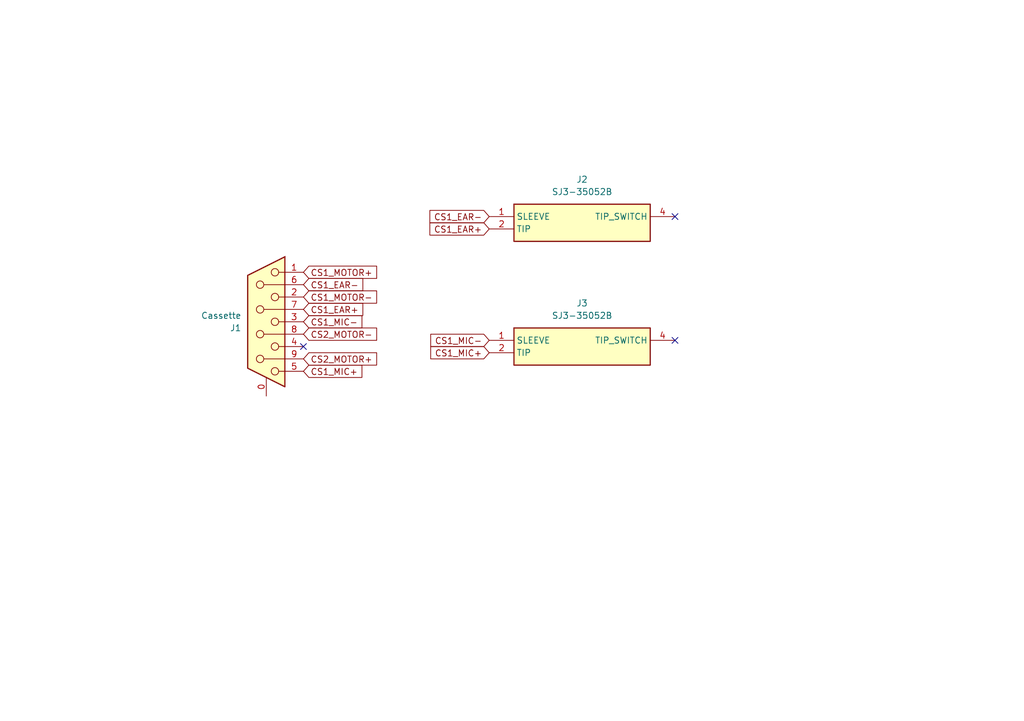
<source format=kicad_sch>
(kicad_sch (version 20250114) (generator "eeschema") (generator_version "9.0")
  (paper "A5")
  (title_block (title "TI 99/4A Cassette Adaptor") (date "7/NOV/2025") (rev "A") (company "Brett Hallen") (comment 1 "www.youtube.com/@Brfff"))
  (lib_symbols
    (symbol "Clueless_Engineer:SJ3-35052B Stereo Jack"
      (property "Reference" "J" (at 34.29 7.62 0))
      (property "Value" "SJ3-35052B" (at 34.29 5.08 0))
      (symbol "SJ3-35052B Stereo Jack_1_1"
        (rectangle (start 5.08 2.54) (end 33.02 -5.08) (stroke (width 0.254)) (fill (type background)))
        (pin passive line (at 0 0 0) (length 5.08) (name "SLEEVE") (number "1"))
        (pin passive line (at 0 -2.54 0) (length 5.08) (name "TIP") (number "2"))
        (pin passive line (at 38.1 0 180) (length 5.08) (name "TIP_SWITCH") (number "4"))
      )
    )
    (symbol "Connector:DE9_Socket_MountingHoles" (pin_names (offset 1.016) (hide yes))
      (property "Reference" "J" (at 0 16.51 0))
      (property "Value" "DE9_Socket_MountingHoles" (at 0 14.605 0))
      (symbol "DE9_Socket_MountingHoles_0_1"
        (polyline (pts (xy -3.81 13.335) (xy -3.81 -13.335) (xy 3.81 -9.525) (xy 3.81 9.525) (xy -3.81 13.335)) (stroke (width 0.254)) (fill (type background)))
        (polyline (pts (xy -3.81 10.16) (xy -2.54 10.16)))
        (polyline (pts (xy -3.81 7.62) (xy 0.508 7.62)))
        (polyline (pts (xy -3.81 5.08) (xy -2.54 5.08)))
        (polyline (pts (xy -3.81 2.54) (xy 0.508 2.54)))
        (polyline (pts (xy -3.81 0) (xy -2.54 0)))
        (polyline (pts (xy -3.81 -2.54) (xy 0.508 -2.54)))
        (polyline (pts (xy -3.81 -5.08) (xy -2.54 -5.08)))
        (polyline (pts (xy -3.81 -7.62) (xy 0.508 -7.62)))
        (polyline (pts (xy -3.81 -10.16) (xy -2.54 -10.16)))
        (circle (center -1.778 10.16) (radius 0.762))
        (circle (center -1.778 5.08) (radius 0.762))
        (circle (center -1.778 0) (radius 0.762))
        (circle (center -1.778 -5.08) (radius 0.762))
        (circle (center -1.778 -10.16) (radius 0.762))
        (circle (center 1.27 7.62) (radius 0.762))
        (circle (center 1.27 2.54) (radius 0.762))
        (circle (center 1.27 -2.54) (radius 0.762))
        (circle (center 1.27 -7.62) (radius 0.762))
      )
      (symbol "DE9_Socket_MountingHoles_1_1"
        (pin passive line (at -7.62 10.16 0) (length 3.81) (name "1") (number "1"))
        (pin passive line (at -7.62 7.62 0) (length 3.81) (name "6") (number "6"))
        (pin passive line (at -7.62 5.08 0) (length 3.81) (name "2") (number "2"))
        (pin passive line (at -7.62 2.54 0) (length 3.81) (name "7") (number "7"))
        (pin passive line (at -7.62 0 0) (length 3.81) (name "3") (number "3"))
        (pin passive line (at -7.62 -2.54 0) (length 3.81) (name "8") (number "8"))
        (pin passive line (at -7.62 -5.08 0) (length 3.81) (name "4") (number "4"))
        (pin passive line (at -7.62 -7.62 0) (length 3.81) (name "9") (number "9"))
        (pin passive line (at -7.62 -10.16 0) (length 3.81) (name "5") (number "5"))
        (pin passive line (at 0 -15.24 90) (length 3.81) (name "PAD") (number "0"))
      )
    )
  )
  (no_connect (at 62.23 71.12))
  (no_connect (at 138.43 44.45))
  (no_connect (at 138.43 69.85))
  (global_label "CS1_MOTOR+" (shape input) (at 62.23 55.88 0) (property "Intersheetrefs" "${INTERSHEET_REFS}" (effects (hide yes))))
  (global_label "CS1_EAR-" (shape input) (at 100.33 44.45 180) (property "Intersheetrefs" "${INTERSHEET_REFS}" (effects (hide yes))))
  (global_label "CS1_MIC-" (shape input) (at 100.33 69.85 180) (property "Intersheetrefs" "${INTERSHEET_REFS}" (effects (hide yes))))
  (global_label "CS1_MIC+" (shape input) (at 62.23 76.2 0) (property "Intersheetrefs" "${INTERSHEET_REFS}" (effects (hide yes))))
  (global_label "CS1_MIC+" (shape input) (at 100.33 72.39 180) (property "Intersheetrefs" "${INTERSHEET_REFS}" (effects (hide yes))))
  (global_label "CS1_MIC-" (shape input) (at 62.23 66.04 0) (property "Intersheetrefs" "${INTERSHEET_REFS}" (effects (hide yes))))
  (global_label "CS1_EAR+" (shape input) (at 62.23 63.5 0) (property "Intersheetrefs" "${INTERSHEET_REFS}" (effects (hide yes))))
  (global_label "CS1_EAR+" (shape input) (at 100.33 46.99 180) (property "Intersheetrefs" "${INTERSHEET_REFS}" (effects (hide yes))))
  (global_label "CS2_MOTOR+" (shape input) (at 62.23 73.66 0) (property "Intersheetrefs" "${INTERSHEET_REFS}" (effects (hide yes))))
  (global_label "CS1_EAR-" (shape input) (at 62.23 58.42 0) (property "Intersheetrefs" "${INTERSHEET_REFS}" (effects (hide yes))))
  (global_label "CS1_MOTOR-" (shape input) (at 62.23 60.96 0) (property "Intersheetrefs" "${INTERSHEET_REFS}" (effects (hide yes))))
  (global_label "CS2_MOTOR-" (shape input) (at 62.23 68.58 0) (property "Intersheetrefs" "${INTERSHEET_REFS}" (effects (hide yes))))
  (symbol (lib_id "Clueless_Engineer:SJ3-35052B Stereo Jack") (at 100.33 44.45 0) (unit 1)
    (property "Reference" "J2" (at 119.38 36.83 0))
    (property "Value" "SJ3-35052B" (at 119.38 39.37 0))
    (property "Footprint" "Clueless_Engineer:SJ335052B" (effects (hide yes)))
    (property "Datasheet" "https://www.sameskydevices.com/product/resource/supplyframepdf/sj3-3505x.pdf" (effects (hide yes)))
    (property "Description" "3.5 mm Stereo Jack, Through Hole, 2 Conductors, 1 Internal Switches" (effects (hide yes)))
    (property "Height" "17.75" (effects (hide yes)))
    (property "Mouser Part Number" "179-SJ3-35052B" (effects (hide yes)))
    (property "Mouser Price/Stock" "https://www.mouser.co.uk/ProductDetail/Same-Sky/SJ3-35052B?qs=IKkN%2F947nfDmh7CCP4LptQ%3D%3D" (effects (hide yes)))
    (property "Manufacturer_Name" "Same Sky" (effects (hide yes)))
    (property "Manufacturer_Part_Number" "SJ3-35052B" (effects (hide yes)))
  )
  (symbol (lib_id "Clueless_Engineer:SJ3-35052B Stereo Jack") (at 100.33 69.85 0) (unit 1)
    (property "Reference" "J3" (at 119.38 62.23 0))
    (property "Value" "SJ3-35052B" (at 119.38 64.77 0))
    (property "Footprint" "Clueless_Engineer:SJ335052B" (effects (hide yes)))
    (property "Datasheet" "https://www.sameskydevices.com/product/resource/supplyframepdf/sj3-3505x.pdf" (effects (hide yes)))
    (property "Description" "3.5 mm Stereo Jack, Through Hole, 2 Conductors, 1 Internal Switches" (effects (hide yes)))
    (property "Height" "17.75" (effects (hide yes)))
    (property "Mouser Part Number" "179-SJ3-35052B" (effects (hide yes)))
    (property "Mouser Price/Stock" "https://www.mouser.co.uk/ProductDetail/Same-Sky/SJ3-35052B?qs=IKkN%2F947nfDmh7CCP4LptQ%3D%3D" (effects (hide yes)))
    (property "Manufacturer_Name" "Same Sky" (effects (hide yes)))
    (property "Manufacturer_Part_Number" "SJ3-35052B" (effects (hide yes)))
  )
  (symbol (lib_id "Connector:DE9_Socket_MountingHoles") (at 54.61 66.04 0) (mirror y) (unit 1)
    (property "Reference" "J1" (at 49.53 67.3101 0) (effects (justify left)))
    (property "Value" "Cassette" (at 49.53 64.7701 0) (effects (justify left)))
    (property "Footprint" "Connector_Dsub:DSUB-9_Socket_Vertical_P2.77x2.84mm_MountingHoles" (effects (hide yes)))
    (property "Description" "9-pin D-SUB connector, socket (female), Mounting Hole" (effects (hide yes)))
  )
)
</source>
